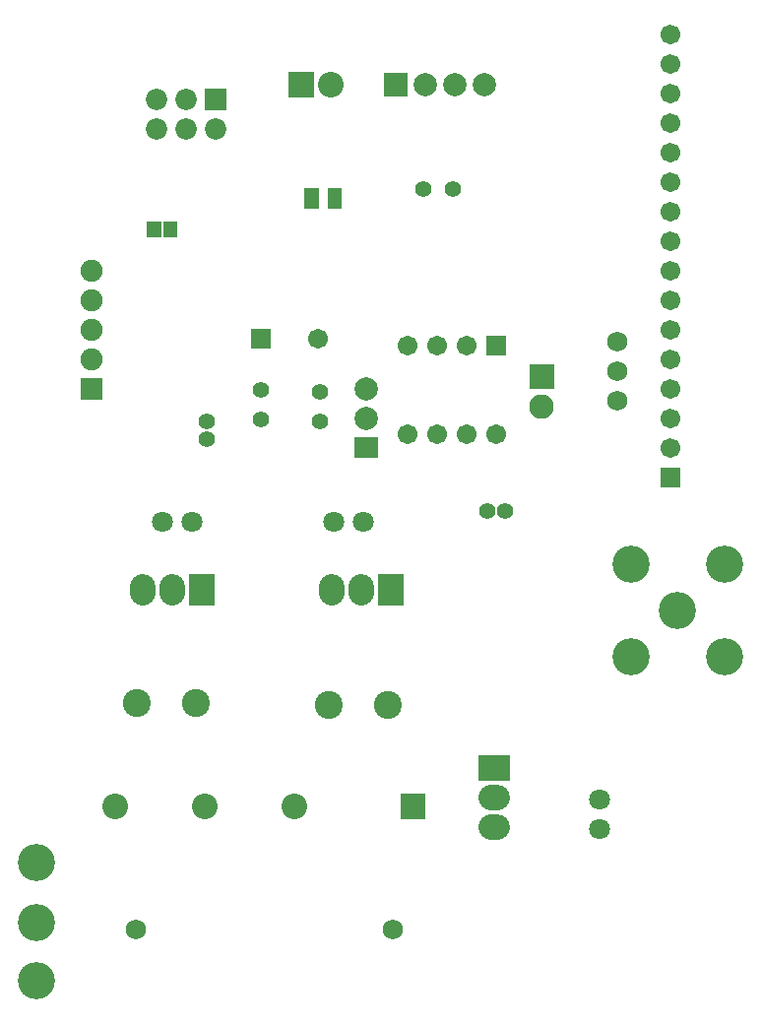
<source format=gbs>
G04 Layer: BottomSolderMaskLayer*
G04 EasyEDA v6.4.3, 2020-08-16T09:55:44+08:00*
G04 81dc946ae44a44bf806acedbfbfd66cd,06d3987d76a94bb6b6563c12ef58ecb4,10*
G04 Gerber Generator version 0.2*
G04 Scale: 100 percent, Rotated: No, Reflected: No *
G04 Dimensions in inches *
G04 leading zeros omitted , absolute positions ,2 integer and 4 decimal *
%FSLAX24Y24*%
%MOIN*%
G90*
G70D02*

%ADD58C,0.086740*%
%ADD62C,0.068000*%
%ADD64C,0.126110*%
%ADD67C,0.078866*%
%ADD69C,0.072300*%
%ADD72C,0.074929*%
%ADD74R,0.067000X0.067000*%
%ADD75C,0.067000*%
%ADD76C,0.055000*%
%ADD79C,0.082803*%
%ADD80C,0.094614*%
%ADD81C,0.070992*%
%ADD82C,0.055244*%
%ADD85C,0.067055*%

%LPD*%
G54D58*
G01X5650Y15501D02*
G01X5650Y15698D01*
G01X6650Y15501D02*
G01X6650Y15698D01*
G01X12050Y15501D02*
G01X12050Y15698D01*
G01X13050Y15501D02*
G01X13050Y15698D01*
G01X17648Y7550D02*
G01X17451Y7550D01*
G01X17648Y8550D02*
G01X17451Y8550D01*
G36*
G01X11118Y28505D02*
G01X11118Y29194D01*
G01X11593Y29194D01*
G01X11593Y28505D01*
G01X11118Y28505D01*
G37*
G36*
G01X11906Y28505D02*
G01X11906Y29194D01*
G01X12381Y29194D01*
G01X12381Y28505D01*
G01X11906Y28505D01*
G37*
G36*
G01X5788Y27542D02*
G01X5788Y28057D01*
G01X6260Y28057D01*
G01X6260Y27542D01*
G01X5788Y27542D01*
G37*
G36*
G01X6339Y27542D02*
G01X6339Y28057D01*
G01X6811Y28057D01*
G01X6811Y27542D01*
G01X6339Y27542D01*
G37*
G54D62*
G01X21700Y22996D03*
G01X21700Y21996D03*
G01X21700Y24003D03*
G36*
G01X7215Y15067D02*
G01X7215Y16132D01*
G01X8084Y16132D01*
G01X8084Y15067D01*
G01X7215Y15067D01*
G37*
G54D64*
G01X23750Y14900D03*
G01X22175Y16474D03*
G01X25324Y16474D03*
G01X22175Y13325D03*
G01X25324Y13325D03*
G01X2050Y2350D03*
G01X2050Y4317D03*
G01X2050Y6350D03*
G36*
G01X13806Y32305D02*
G01X13806Y33094D01*
G01X14593Y33094D01*
G01X14593Y32305D01*
G01X13806Y32305D01*
G37*
G54D67*
G01X15200Y32700D03*
G01X16200Y32700D03*
G01X17200Y32700D03*
G36*
G01X13615Y15067D02*
G01X13615Y16132D01*
G01X14484Y16132D01*
G01X14484Y15067D01*
G01X13615Y15067D01*
G37*
G36*
G01X7739Y31838D02*
G01X7739Y32561D01*
G01X8461Y32561D01*
G01X8461Y31838D01*
G01X7739Y31838D01*
G37*
G54D69*
G01X8100Y31200D03*
G01X7100Y32200D03*
G01X7100Y31200D03*
G01X6100Y32200D03*
G01X6100Y31200D03*
G36*
G01X3525Y22025D02*
G01X3525Y22775D01*
G01X4275Y22775D01*
G01X4275Y22025D01*
G01X3525Y22025D01*
G37*
G54D72*
G01X3900Y23400D03*
G01X3900Y24400D03*
G01X3900Y25400D03*
G01X3900Y26400D03*
G36*
G01X17018Y9115D02*
G01X17018Y9984D01*
G01X18081Y9984D01*
G01X18081Y9115D01*
G01X17018Y9115D01*
G37*
G54D74*
G01X23500Y19400D03*
G54D75*
G01X23500Y20400D03*
G01X23500Y21400D03*
G01X23500Y22400D03*
G01X23500Y23400D03*
G01X23500Y24400D03*
G01X23500Y25400D03*
G01X23500Y26400D03*
G01X23500Y27400D03*
G01X23500Y28400D03*
G01X23500Y29400D03*
G01X23500Y30400D03*
G01X23500Y31400D03*
G01X23500Y32400D03*
G01X23500Y33400D03*
G01X23500Y34400D03*
G54D76*
G01X9650Y21350D03*
G01X9650Y22350D03*
G01X11650Y21300D03*
G01X11650Y22300D03*
G01X15150Y29150D03*
G01X16150Y29150D03*
G36*
G01X18735Y22386D02*
G01X18735Y23213D01*
G01X19564Y23213D01*
G01X19564Y22386D01*
G01X18735Y22386D01*
G37*
G54D79*
G01X19150Y21800D03*
G54D62*
G01X14100Y4100D03*
G01X5400Y4100D03*
G54D80*
G01X7450Y11750D03*
G01X5450Y11750D03*
G01X13950Y11700D03*
G01X11950Y11700D03*
G54D81*
G01X12100Y17900D03*
G01X13100Y17900D03*
G01X7300Y17900D03*
G01X6300Y17900D03*
G01X21100Y7500D03*
G01X21100Y8500D03*
G54D82*
G01X17895Y18250D03*
G01X17304Y18250D03*
G01X7800Y20704D03*
G01X7800Y21295D03*
G36*
G01X14356Y7815D02*
G01X14356Y8684D01*
G01X15222Y8684D01*
G01X15222Y7815D01*
G01X14356Y7815D01*
G37*
G54D58*
G01X10773Y8250D03*
G01X7742Y8250D03*
G01X4710Y8250D03*
G54D67*
G01X13200Y22400D03*
G01X13200Y21400D03*
G36*
G01X12806Y20050D02*
G01X12806Y20750D01*
G01X13593Y20750D01*
G01X13593Y20050D01*
G01X12806Y20050D01*
G37*
G36*
G01X10565Y32265D02*
G01X10565Y33134D01*
G01X11434Y33134D01*
G01X11434Y32265D01*
G01X10565Y32265D01*
G37*
G54D58*
G01X12000Y32700D03*
G54D85*
G01X14600Y20850D03*
G01X15600Y20850D03*
G01X16600Y20850D03*
G01X17600Y20850D03*
G01X14600Y23850D03*
G01X15600Y23850D03*
G01X16600Y23850D03*
G36*
G01X17264Y23515D02*
G01X17264Y24184D01*
G01X17935Y24184D01*
G01X17935Y23515D01*
G01X17264Y23515D01*
G37*
G36*
G01X9305Y23765D02*
G01X9305Y24434D01*
G01X9975Y24434D01*
G01X9975Y23765D01*
G01X9305Y23765D01*
G37*
G01X11560Y24100D03*
M00*
M02*

</source>
